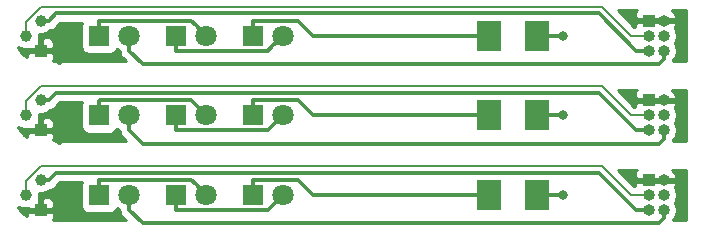
<source format=gtl>
G04 #@! TF.GenerationSoftware,KiCad,Pcbnew,(5.0.0)*
G04 #@! TF.CreationDate,2019-02-03T17:17:29-08:00*
G04 #@! TF.ProjectId,mlab100_LEDPCB_1.5,6D6C61623130305F4C45445043425F31,rev?*
G04 #@! TF.SameCoordinates,Original*
G04 #@! TF.FileFunction,Copper,L1,Top,Signal*
G04 #@! TF.FilePolarity,Positive*
%FSLAX46Y46*%
G04 Gerber Fmt 4.6, Leading zero omitted, Abs format (unit mm)*
G04 Created by KiCad (PCBNEW (5.0.0)) date 02/03/19 17:17:29*
%MOMM*%
%LPD*%
G01*
G04 APERTURE LIST*
G04 #@! TA.AperFunction,ComponentPad*
%ADD10R,1.800000X1.800000*%
G04 #@! TD*
G04 #@! TA.AperFunction,ComponentPad*
%ADD11C,1.800000*%
G04 #@! TD*
G04 #@! TA.AperFunction,ComponentPad*
%ADD12O,1.000000X1.000000*%
G04 #@! TD*
G04 #@! TA.AperFunction,ComponentPad*
%ADD13R,1.000000X1.000000*%
G04 #@! TD*
G04 #@! TA.AperFunction,ComponentPad*
%ADD14C,1.000000*%
G04 #@! TD*
G04 #@! TA.AperFunction,SMDPad,CuDef*
%ADD15R,2.000000X2.500000*%
G04 #@! TD*
G04 #@! TA.AperFunction,ViaPad*
%ADD16C,0.800000*%
G04 #@! TD*
G04 #@! TA.AperFunction,Conductor*
%ADD17C,0.350000*%
G04 #@! TD*
G04 #@! TA.AperFunction,Conductor*
%ADD18C,0.200000*%
G04 #@! TD*
G04 #@! TA.AperFunction,Conductor*
%ADD19C,0.254000*%
G04 #@! TD*
G04 APERTURE END LIST*
D10*
G04 #@! TO.P,D4,1*
G04 #@! TO.N,Net-(D4-Pad1)*
X20800000Y-16380000D03*
D11*
G04 #@! TO.P,D4,2*
G04 #@! TO.N,Net-(D2-Pad1)*
X23340000Y-16380000D03*
G04 #@! TD*
D10*
G04 #@! TO.P,D1,1*
G04 #@! TO.N,Net-(D1-Pad1)*
X7800000Y-16380000D03*
D11*
G04 #@! TO.P,D1,2*
G04 #@! TO.N,/LEDBoard1/12V*
X10340000Y-16380000D03*
G04 #@! TD*
G04 #@! TO.P,D5,2*
G04 #@! TO.N,/LEDBoard2/12V*
X10340000Y-9630000D03*
D10*
G04 #@! TO.P,D5,1*
G04 #@! TO.N,Net-(D5-Pad1)*
X7800000Y-9630000D03*
G04 #@! TD*
D11*
G04 #@! TO.P,D2,2*
G04 #@! TO.N,Net-(D1-Pad1)*
X16850000Y-16380000D03*
D10*
G04 #@! TO.P,D2,1*
G04 #@! TO.N,Net-(D2-Pad1)*
X14310000Y-16380000D03*
G04 #@! TD*
D11*
G04 #@! TO.P,D8,2*
G04 #@! TO.N,Net-(D5-Pad1)*
X16850000Y-9630000D03*
D10*
G04 #@! TO.P,D8,1*
G04 #@! TO.N,Net-(D8-Pad1)*
X14310000Y-9630000D03*
G04 #@! TD*
G04 #@! TO.P,D9,1*
G04 #@! TO.N,Net-(D9-Pad1)*
X20800000Y-9630000D03*
D11*
G04 #@! TO.P,D9,2*
G04 #@! TO.N,Net-(D8-Pad1)*
X23340000Y-9630000D03*
G04 #@! TD*
G04 #@! TO.P,D10,2*
G04 #@! TO.N,/LEDBoard3/12V*
X10340000Y-2890000D03*
D10*
G04 #@! TO.P,D10,1*
G04 #@! TO.N,Net-(D10-Pad1)*
X7800000Y-2890000D03*
G04 #@! TD*
G04 #@! TO.P,D11,1*
G04 #@! TO.N,Net-(D11-Pad1)*
X14300000Y-2890000D03*
D11*
G04 #@! TO.P,D11,2*
G04 #@! TO.N,Net-(D10-Pad1)*
X16840000Y-2890000D03*
G04 #@! TD*
D10*
G04 #@! TO.P,D12,1*
G04 #@! TO.N,Net-(D12-Pad1)*
X20800000Y-2890000D03*
D11*
G04 #@! TO.P,D12,2*
G04 #@! TO.N,Net-(D11-Pad1)*
X23340000Y-2890000D03*
G04 #@! TD*
D12*
G04 #@! TO.P,J14,6*
G04 #@! TO.N,/LEDBoard1/12V*
X55580000Y-17650000D03*
G04 #@! TO.P,J14,5*
G04 #@! TO.N,/LEDBoard1/3V3*
X54310000Y-17650000D03*
G04 #@! TO.P,J14,4*
G04 #@! TO.N,/LEDBoard1/LED*
X55580000Y-16380000D03*
G04 #@! TO.P,J14,3*
G04 #@! TO.N,/LEDBoard1/Temp1w*
X54310000Y-16380000D03*
G04 #@! TO.P,J14,2*
G04 #@! TO.N,/LEDBoard1/GND*
X55580000Y-15110000D03*
D13*
G04 #@! TO.P,J14,1*
X54310000Y-15110000D03*
G04 #@! TD*
G04 #@! TO.P,J15,1*
G04 #@! TO.N,/LEDBoard2/GND*
X54310000Y-8360000D03*
D12*
G04 #@! TO.P,J15,2*
X55580000Y-8360000D03*
G04 #@! TO.P,J15,3*
G04 #@! TO.N,/LEDBoard2/Temp1w*
X54310000Y-9630000D03*
G04 #@! TO.P,J15,4*
G04 #@! TO.N,/LEDBoard2/LED*
X55580000Y-9630000D03*
G04 #@! TO.P,J15,5*
G04 #@! TO.N,/LEDBoard2/3V3*
X54310000Y-10900000D03*
G04 #@! TO.P,J15,6*
G04 #@! TO.N,/LEDBoard2/12V*
X55580000Y-10900000D03*
G04 #@! TD*
G04 #@! TO.P,J16,6*
G04 #@! TO.N,/LEDBoard3/12V*
X55580000Y-4160000D03*
G04 #@! TO.P,J16,5*
G04 #@! TO.N,/LEDBoard3/3V3*
X54310000Y-4160000D03*
G04 #@! TO.P,J16,4*
G04 #@! TO.N,/LEDBoard3/LED*
X55580000Y-2890000D03*
G04 #@! TO.P,J16,3*
G04 #@! TO.N,/LEDBoard3/Temp1w*
X54310000Y-2890000D03*
G04 #@! TO.P,J16,2*
G04 #@! TO.N,/LEDBoard3/GND*
X55580000Y-1620000D03*
D13*
G04 #@! TO.P,J16,1*
X54310000Y-1620000D03*
G04 #@! TD*
G04 #@! TO.P,U4,1*
G04 #@! TO.N,/LEDBoard1/GND*
X2820000Y-17650000D03*
D14*
G04 #@! TO.P,U4,3*
G04 #@! TO.N,/LEDBoard1/3V3*
X2820000Y-15110000D03*
G04 #@! TO.P,U4,2*
G04 #@! TO.N,/LEDBoard1/Temp1w*
X1550000Y-16380000D03*
G04 #@! TD*
G04 #@! TO.P,U5,2*
G04 #@! TO.N,/LEDBoard2/Temp1w*
X1550000Y-9630000D03*
G04 #@! TO.P,U5,3*
G04 #@! TO.N,/LEDBoard2/3V3*
X2820000Y-8360000D03*
D13*
G04 #@! TO.P,U5,1*
G04 #@! TO.N,/LEDBoard2/GND*
X2820000Y-10900000D03*
G04 #@! TD*
G04 #@! TO.P,U6,1*
G04 #@! TO.N,/LEDBoard3/GND*
X2820000Y-4160000D03*
D14*
G04 #@! TO.P,U6,3*
G04 #@! TO.N,/LEDBoard3/3V3*
X2820000Y-1620000D03*
G04 #@! TO.P,U6,2*
G04 #@! TO.N,/LEDBoard3/Temp1w*
X1550000Y-2890000D03*
G04 #@! TD*
D15*
G04 #@! TO.P,R1,2*
G04 #@! TO.N,/LEDBoard1/LED*
X44820000Y-16380000D03*
G04 #@! TO.P,R1,1*
G04 #@! TO.N,Net-(D4-Pad1)*
X40820000Y-16380000D03*
G04 #@! TD*
G04 #@! TO.P,R2,1*
G04 #@! TO.N,Net-(D9-Pad1)*
X40820000Y-9630000D03*
G04 #@! TO.P,R2,2*
G04 #@! TO.N,/LEDBoard2/LED*
X44820000Y-9630000D03*
G04 #@! TD*
G04 #@! TO.P,R3,2*
G04 #@! TO.N,/LEDBoard3/LED*
X44820000Y-2890000D03*
G04 #@! TO.P,R3,1*
G04 #@! TO.N,Net-(D12-Pad1)*
X40820000Y-2890000D03*
G04 #@! TD*
D16*
G04 #@! TO.N,/LEDBoard1/LED*
X47070000Y-16380000D03*
G04 #@! TO.N,/LEDBoard2/LED*
X47070000Y-9630000D03*
G04 #@! TO.N,/LEDBoard3/LED*
X47070000Y-2890000D03*
G04 #@! TD*
D17*
G04 #@! TO.N,Net-(D1-Pad1)*
X7800000Y-15130000D02*
X7825001Y-15104999D01*
X15564999Y-15104999D02*
X15940001Y-15480001D01*
X15940001Y-15480001D02*
X16840000Y-16380000D01*
X7825001Y-15104999D02*
X15564999Y-15104999D01*
X7800000Y-16380000D02*
X7800000Y-15130000D01*
G04 #@! TO.N,Net-(D2-Pad1)*
X14300000Y-16380000D02*
X14300000Y-17630000D01*
X22064999Y-17655001D02*
X22440001Y-17279999D01*
X22440001Y-17279999D02*
X23340000Y-16380000D01*
X14325001Y-17655001D02*
X22064999Y-17655001D01*
X14300000Y-17630000D02*
X14325001Y-17655001D01*
G04 #@! TO.N,/LEDBoard1/12V*
X10340000Y-17652792D02*
X11467208Y-18780000D01*
X12300000Y-18780000D02*
X12290000Y-18770000D01*
X11467208Y-18780000D02*
X12300000Y-18780000D01*
X10340000Y-16380000D02*
X10340000Y-17652792D01*
X55580000Y-17650000D02*
X55580000Y-18357106D01*
X55580000Y-18357106D02*
X55157106Y-18780000D01*
X55157106Y-18780000D02*
X12300000Y-18780000D01*
G04 #@! TO.N,Net-(D4-Pad1)*
X25920000Y-16380000D02*
X40320000Y-16380000D01*
X20825001Y-15104999D02*
X24644999Y-15104999D01*
X20800000Y-15130000D02*
X20825001Y-15104999D01*
X20800000Y-16380000D02*
X20800000Y-15130000D01*
X24644999Y-15104999D02*
X25920000Y-16380000D01*
G04 #@! TO.N,/LEDBoard2/12V*
X55580000Y-10900000D02*
X55580000Y-11607106D01*
X11467208Y-12030000D02*
X12300000Y-12030000D01*
X55580000Y-11607106D02*
X55157106Y-12030000D01*
X55157106Y-12030000D02*
X12300000Y-12030000D01*
X10340000Y-10902792D02*
X11467208Y-12030000D01*
X10340000Y-9630000D02*
X10340000Y-10902792D01*
X12300000Y-12030000D02*
X12290000Y-12020000D01*
G04 #@! TO.N,Net-(D5-Pad1)*
X15564999Y-8354999D02*
X15940001Y-8730001D01*
X7800000Y-8380000D02*
X7825001Y-8354999D01*
X15940001Y-8730001D02*
X16840000Y-9630000D01*
X7800000Y-9630000D02*
X7800000Y-8380000D01*
X7825001Y-8354999D02*
X15564999Y-8354999D01*
G04 #@! TO.N,Net-(D8-Pad1)*
X22064999Y-10905001D02*
X22440001Y-10529999D01*
X14300000Y-9630000D02*
X14300000Y-10880000D01*
X14300000Y-10880000D02*
X14325001Y-10905001D01*
X22440001Y-10529999D02*
X23340000Y-9630000D01*
X14325001Y-10905001D02*
X22064999Y-10905001D01*
G04 #@! TO.N,Net-(D9-Pad1)*
X20800000Y-9630000D02*
X20800000Y-8380000D01*
X25920000Y-9630000D02*
X40320000Y-9630000D01*
X24644999Y-8354999D02*
X25920000Y-9630000D01*
X20825001Y-8354999D02*
X24644999Y-8354999D01*
X20800000Y-8380000D02*
X20825001Y-8354999D01*
G04 #@! TO.N,/LEDBoard3/12V*
X55580000Y-4867106D02*
X55157106Y-5290000D01*
X55580000Y-4160000D02*
X55580000Y-4867106D01*
X55157106Y-5290000D02*
X12300000Y-5290000D01*
X12300000Y-5290000D02*
X12290000Y-5280000D01*
X11467208Y-5290000D02*
X12300000Y-5290000D01*
X10340000Y-4162792D02*
X11467208Y-5290000D01*
X10340000Y-2890000D02*
X10340000Y-4162792D01*
G04 #@! TO.N,Net-(D10-Pad1)*
X15940001Y-1990001D02*
X16840000Y-2890000D01*
X15564999Y-1614999D02*
X15940001Y-1990001D01*
X7825001Y-1614999D02*
X15564999Y-1614999D01*
X7800000Y-1640000D02*
X7825001Y-1614999D01*
X7800000Y-2890000D02*
X7800000Y-1640000D01*
G04 #@! TO.N,Net-(D11-Pad1)*
X22440001Y-3789999D02*
X23340000Y-2890000D01*
X22064999Y-4165001D02*
X22440001Y-3789999D01*
X14325001Y-4165001D02*
X22064999Y-4165001D01*
X14300000Y-4140000D02*
X14325001Y-4165001D01*
X14300000Y-2890000D02*
X14300000Y-4140000D01*
G04 #@! TO.N,Net-(D12-Pad1)*
X20825001Y-1614999D02*
X24644999Y-1614999D01*
X20800000Y-2890000D02*
X20800000Y-1640000D01*
X20800000Y-1640000D02*
X20825001Y-1614999D01*
X25920000Y-2890000D02*
X40320000Y-2890000D01*
X24644999Y-1614999D02*
X25920000Y-2890000D01*
G04 #@! TO.N,/LEDBoard1/LED*
X44820000Y-16380000D02*
X47070000Y-16380000D01*
G04 #@! TO.N,/LEDBoard2/LED*
X44820000Y-9630000D02*
X47070000Y-9630000D01*
G04 #@! TO.N,/LEDBoard3/LED*
X44820000Y-2890000D02*
X47070000Y-2890000D01*
G04 #@! TO.N,/LEDBoard1/3V3*
X2820000Y-15110000D02*
X3527106Y-15110000D01*
X53240000Y-17650000D02*
X54310000Y-17650000D01*
X4157106Y-14480000D02*
X50070000Y-14480000D01*
X50070000Y-14480000D02*
X53240000Y-17650000D01*
X3527106Y-15110000D02*
X4157106Y-14480000D01*
D18*
G04 #@! TO.N,/LEDBoard1/Temp1w*
X50330000Y-13910000D02*
X28400000Y-13910000D01*
X52800000Y-16380000D02*
X50330000Y-13910000D01*
X2880000Y-13910000D02*
X28040000Y-13910000D01*
X1550000Y-15195998D02*
X2815998Y-13930000D01*
X2815998Y-13930000D02*
X2860000Y-13930000D01*
X2860000Y-13930000D02*
X2880000Y-13910000D01*
X54310000Y-16380000D02*
X53602894Y-16380000D01*
X53602894Y-16380000D02*
X52800000Y-16380000D01*
X28400000Y-13910000D02*
X28070000Y-13910000D01*
X1550000Y-16380000D02*
X1550000Y-15195998D01*
X28040000Y-13910000D02*
X28400000Y-13910000D01*
G04 #@! TO.N,/LEDBoard2/Temp1w*
X52800000Y-9630000D02*
X50330000Y-7160000D01*
X53602894Y-9630000D02*
X52800000Y-9630000D01*
X2815998Y-7180000D02*
X2860000Y-7180000D01*
X1550000Y-9630000D02*
X1550000Y-8445998D01*
X1550000Y-8445998D02*
X2815998Y-7180000D01*
X2860000Y-7180000D02*
X2880000Y-7160000D01*
X28400000Y-7160000D02*
X28070000Y-7160000D01*
X2880000Y-7160000D02*
X28040000Y-7160000D01*
X50330000Y-7160000D02*
X28400000Y-7160000D01*
X28040000Y-7160000D02*
X28400000Y-7160000D01*
X54310000Y-9630000D02*
X53602894Y-9630000D01*
D17*
G04 #@! TO.N,/LEDBoard2/3V3*
X2820000Y-8360000D02*
X3527106Y-8360000D01*
X3527106Y-8360000D02*
X4157106Y-7730000D01*
X53240000Y-10900000D02*
X54310000Y-10900000D01*
X4157106Y-7730000D02*
X50070000Y-7730000D01*
X50070000Y-7730000D02*
X53240000Y-10900000D01*
G04 #@! TO.N,/LEDBoard3/3V3*
X3527106Y-1620000D02*
X4157106Y-990000D01*
X2820000Y-1620000D02*
X3527106Y-1620000D01*
X4157106Y-990000D02*
X50070000Y-990000D01*
X53240000Y-4160000D02*
X54310000Y-4160000D01*
X50070000Y-990000D02*
X53240000Y-4160000D01*
D18*
G04 #@! TO.N,/LEDBoard3/Temp1w*
X54310000Y-2890000D02*
X53602894Y-2890000D01*
X53602894Y-2890000D02*
X52800000Y-2890000D01*
X52800000Y-2890000D02*
X50330000Y-420000D01*
X1550000Y-1705998D02*
X2815998Y-440000D01*
X1550000Y-2890000D02*
X1550000Y-1705998D01*
X2815998Y-440000D02*
X2860000Y-440000D01*
X2860000Y-440000D02*
X2880000Y-420000D01*
X2880000Y-420000D02*
X28040000Y-420000D01*
X28040000Y-420000D02*
X28400000Y-420000D01*
X50330000Y-420000D02*
X28400000Y-420000D01*
X28400000Y-420000D02*
X28070000Y-420000D01*
G04 #@! TD*
D19*
G04 #@! TO.N,/LEDBoard3/GND*
G36*
X6252560Y-1990000D02*
X6252560Y-3790000D01*
X6301843Y-4037765D01*
X6442191Y-4247809D01*
X6652235Y-4388157D01*
X6900000Y-4437440D01*
X8700000Y-4437440D01*
X8947765Y-4388157D01*
X9157809Y-4247809D01*
X9298157Y-4037765D01*
X9301275Y-4022092D01*
X9470493Y-4191310D01*
X9524232Y-4213570D01*
X9562424Y-4405569D01*
X9576998Y-4478838D01*
X9756024Y-4746769D01*
X9823654Y-4791958D01*
X10066696Y-5035000D01*
X5052934Y-5035000D01*
X4880000Y-5000601D01*
X4593218Y-5057646D01*
X4382484Y-5198454D01*
X4156783Y-5047646D01*
X3870351Y-4990671D01*
X3955000Y-4786310D01*
X3955000Y-4445750D01*
X3796250Y-4287000D01*
X2947000Y-4287000D01*
X2947000Y-4307000D01*
X2693000Y-4307000D01*
X2693000Y-4287000D01*
X1843750Y-4287000D01*
X1685000Y-4445750D01*
X1685000Y-4681664D01*
X1450490Y-4527913D01*
X1110421Y-4168928D01*
X932594Y-3862778D01*
X1324234Y-4025000D01*
X1775766Y-4025000D01*
X1818181Y-4007431D01*
X1843750Y-4033000D01*
X2693000Y-4033000D01*
X2693000Y-3183750D01*
X2947000Y-3183750D01*
X2947000Y-4033000D01*
X3796250Y-4033000D01*
X3955000Y-3874250D01*
X3955000Y-3533690D01*
X3858327Y-3300301D01*
X3679698Y-3121673D01*
X3446309Y-3025000D01*
X3105750Y-3025000D01*
X2947000Y-3183750D01*
X2693000Y-3183750D01*
X2667431Y-3158181D01*
X2685000Y-3115766D01*
X2685000Y-2755000D01*
X3045766Y-2755000D01*
X3462926Y-2582207D01*
X3617182Y-2427951D01*
X3843152Y-2383003D01*
X4111083Y-2203977D01*
X4156274Y-2136345D01*
X4492619Y-1800000D01*
X6290353Y-1800000D01*
X6252560Y-1990000D01*
X6252560Y-1990000D01*
G37*
X6252560Y-1990000D02*
X6252560Y-3790000D01*
X6301843Y-4037765D01*
X6442191Y-4247809D01*
X6652235Y-4388157D01*
X6900000Y-4437440D01*
X8700000Y-4437440D01*
X8947765Y-4388157D01*
X9157809Y-4247809D01*
X9298157Y-4037765D01*
X9301275Y-4022092D01*
X9470493Y-4191310D01*
X9524232Y-4213570D01*
X9562424Y-4405569D01*
X9576998Y-4478838D01*
X9756024Y-4746769D01*
X9823654Y-4791958D01*
X10066696Y-5035000D01*
X5052934Y-5035000D01*
X4880000Y-5000601D01*
X4593218Y-5057646D01*
X4382484Y-5198454D01*
X4156783Y-5047646D01*
X3870351Y-4990671D01*
X3955000Y-4786310D01*
X3955000Y-4445750D01*
X3796250Y-4287000D01*
X2947000Y-4287000D01*
X2947000Y-4307000D01*
X2693000Y-4307000D01*
X2693000Y-4287000D01*
X1843750Y-4287000D01*
X1685000Y-4445750D01*
X1685000Y-4681664D01*
X1450490Y-4527913D01*
X1110421Y-4168928D01*
X932594Y-3862778D01*
X1324234Y-4025000D01*
X1775766Y-4025000D01*
X1818181Y-4007431D01*
X1843750Y-4033000D01*
X2693000Y-4033000D01*
X2693000Y-3183750D01*
X2947000Y-3183750D01*
X2947000Y-4033000D01*
X3796250Y-4033000D01*
X3955000Y-3874250D01*
X3955000Y-3533690D01*
X3858327Y-3300301D01*
X3679698Y-3121673D01*
X3446309Y-3025000D01*
X3105750Y-3025000D01*
X2947000Y-3183750D01*
X2693000Y-3183750D01*
X2667431Y-3158181D01*
X2685000Y-3115766D01*
X2685000Y-2755000D01*
X3045766Y-2755000D01*
X3462926Y-2582207D01*
X3617182Y-2427951D01*
X3843152Y-2383003D01*
X4111083Y-2203977D01*
X4156274Y-2136345D01*
X4492619Y-1800000D01*
X6290353Y-1800000D01*
X6252560Y-1990000D01*
G36*
X53271673Y-760301D02*
X53175000Y-993690D01*
X53175000Y-1334250D01*
X53333750Y-1493000D01*
X54183000Y-1493000D01*
X54183000Y-1473000D01*
X54437000Y-1473000D01*
X54437000Y-1493000D01*
X55453000Y-1493000D01*
X55453000Y-1473000D01*
X55707000Y-1473000D01*
X55707000Y-1493000D01*
X56547954Y-1493000D01*
X56674119Y-1318126D01*
X56567127Y-1059791D01*
X56299482Y-750000D01*
X57485001Y-750000D01*
X57485000Y-5035000D01*
X56372472Y-5035000D01*
X56381524Y-4989491D01*
X56398289Y-4978289D01*
X56649146Y-4602855D01*
X56737235Y-4160000D01*
X56649146Y-3717145D01*
X56520759Y-3525000D01*
X56649146Y-3332855D01*
X56737235Y-2890000D01*
X56649146Y-2447145D01*
X56512801Y-2243090D01*
X56567127Y-2180209D01*
X56674119Y-1921874D01*
X56547954Y-1747000D01*
X55707000Y-1747000D01*
X55707000Y-1758027D01*
X55691783Y-1755000D01*
X55468217Y-1755000D01*
X55453000Y-1758027D01*
X55453000Y-1747000D01*
X54437000Y-1747000D01*
X54437000Y-1758027D01*
X54421783Y-1755000D01*
X54198217Y-1755000D01*
X54183000Y-1758027D01*
X54183000Y-1747000D01*
X53333750Y-1747000D01*
X53175000Y-1905750D01*
X53175000Y-2155000D01*
X53104447Y-2155000D01*
X51699446Y-750000D01*
X53281974Y-750000D01*
X53271673Y-760301D01*
X53271673Y-760301D01*
G37*
X53271673Y-760301D02*
X53175000Y-993690D01*
X53175000Y-1334250D01*
X53333750Y-1493000D01*
X54183000Y-1493000D01*
X54183000Y-1473000D01*
X54437000Y-1473000D01*
X54437000Y-1493000D01*
X55453000Y-1493000D01*
X55453000Y-1473000D01*
X55707000Y-1473000D01*
X55707000Y-1493000D01*
X56547954Y-1493000D01*
X56674119Y-1318126D01*
X56567127Y-1059791D01*
X56299482Y-750000D01*
X57485001Y-750000D01*
X57485000Y-5035000D01*
X56372472Y-5035000D01*
X56381524Y-4989491D01*
X56398289Y-4978289D01*
X56649146Y-4602855D01*
X56737235Y-4160000D01*
X56649146Y-3717145D01*
X56520759Y-3525000D01*
X56649146Y-3332855D01*
X56737235Y-2890000D01*
X56649146Y-2447145D01*
X56512801Y-2243090D01*
X56567127Y-2180209D01*
X56674119Y-1921874D01*
X56547954Y-1747000D01*
X55707000Y-1747000D01*
X55707000Y-1758027D01*
X55691783Y-1755000D01*
X55468217Y-1755000D01*
X55453000Y-1758027D01*
X55453000Y-1747000D01*
X54437000Y-1747000D01*
X54437000Y-1758027D01*
X54421783Y-1755000D01*
X54198217Y-1755000D01*
X54183000Y-1758027D01*
X54183000Y-1747000D01*
X53333750Y-1747000D01*
X53175000Y-1905750D01*
X53175000Y-2155000D01*
X53104447Y-2155000D01*
X51699446Y-750000D01*
X53281974Y-750000D01*
X53271673Y-760301D01*
G04 #@! TO.N,/LEDBoard2/GND*
G36*
X6252560Y-8730000D02*
X6252560Y-10530000D01*
X6301843Y-10777765D01*
X6442191Y-10987809D01*
X6652235Y-11128157D01*
X6900000Y-11177440D01*
X8700000Y-11177440D01*
X8947765Y-11128157D01*
X9157809Y-10987809D01*
X9298157Y-10777765D01*
X9301275Y-10762092D01*
X9470493Y-10931310D01*
X9524232Y-10953570D01*
X9562424Y-11145569D01*
X9576998Y-11218838D01*
X9756024Y-11486769D01*
X9823654Y-11531958D01*
X10061696Y-11770000D01*
X4927252Y-11770000D01*
X4880000Y-11760601D01*
X4832748Y-11770000D01*
X4807612Y-11770000D01*
X4593217Y-11812646D01*
X4378742Y-11955954D01*
X4156783Y-11807646D01*
X3870000Y-11750601D01*
X3861386Y-11752314D01*
X3955000Y-11526310D01*
X3955000Y-11185750D01*
X3796250Y-11027000D01*
X2947000Y-11027000D01*
X2947000Y-11047000D01*
X2693000Y-11047000D01*
X2693000Y-11027000D01*
X1843750Y-11027000D01*
X1685000Y-11185750D01*
X1685000Y-11421664D01*
X1450490Y-11267913D01*
X1110421Y-10908928D01*
X932594Y-10602778D01*
X1324234Y-10765000D01*
X1775766Y-10765000D01*
X1818181Y-10747431D01*
X1843750Y-10773000D01*
X2693000Y-10773000D01*
X2693000Y-9923750D01*
X2947000Y-9923750D01*
X2947000Y-10773000D01*
X3796250Y-10773000D01*
X3955000Y-10614250D01*
X3955000Y-10273690D01*
X3858327Y-10040301D01*
X3679698Y-9861673D01*
X3446309Y-9765000D01*
X3105750Y-9765000D01*
X2947000Y-9923750D01*
X2693000Y-9923750D01*
X2667431Y-9898181D01*
X2685000Y-9855766D01*
X2685000Y-9495000D01*
X3045766Y-9495000D01*
X3462926Y-9322207D01*
X3617182Y-9167951D01*
X3843152Y-9123003D01*
X4111083Y-8943977D01*
X4156274Y-8876345D01*
X4492619Y-8540000D01*
X6290353Y-8540000D01*
X6252560Y-8730000D01*
X6252560Y-8730000D01*
G37*
X6252560Y-8730000D02*
X6252560Y-10530000D01*
X6301843Y-10777765D01*
X6442191Y-10987809D01*
X6652235Y-11128157D01*
X6900000Y-11177440D01*
X8700000Y-11177440D01*
X8947765Y-11128157D01*
X9157809Y-10987809D01*
X9298157Y-10777765D01*
X9301275Y-10762092D01*
X9470493Y-10931310D01*
X9524232Y-10953570D01*
X9562424Y-11145569D01*
X9576998Y-11218838D01*
X9756024Y-11486769D01*
X9823654Y-11531958D01*
X10061696Y-11770000D01*
X4927252Y-11770000D01*
X4880000Y-11760601D01*
X4832748Y-11770000D01*
X4807612Y-11770000D01*
X4593217Y-11812646D01*
X4378742Y-11955954D01*
X4156783Y-11807646D01*
X3870000Y-11750601D01*
X3861386Y-11752314D01*
X3955000Y-11526310D01*
X3955000Y-11185750D01*
X3796250Y-11027000D01*
X2947000Y-11027000D01*
X2947000Y-11047000D01*
X2693000Y-11047000D01*
X2693000Y-11027000D01*
X1843750Y-11027000D01*
X1685000Y-11185750D01*
X1685000Y-11421664D01*
X1450490Y-11267913D01*
X1110421Y-10908928D01*
X932594Y-10602778D01*
X1324234Y-10765000D01*
X1775766Y-10765000D01*
X1818181Y-10747431D01*
X1843750Y-10773000D01*
X2693000Y-10773000D01*
X2693000Y-9923750D01*
X2947000Y-9923750D01*
X2947000Y-10773000D01*
X3796250Y-10773000D01*
X3955000Y-10614250D01*
X3955000Y-10273690D01*
X3858327Y-10040301D01*
X3679698Y-9861673D01*
X3446309Y-9765000D01*
X3105750Y-9765000D01*
X2947000Y-9923750D01*
X2693000Y-9923750D01*
X2667431Y-9898181D01*
X2685000Y-9855766D01*
X2685000Y-9495000D01*
X3045766Y-9495000D01*
X3462926Y-9322207D01*
X3617182Y-9167951D01*
X3843152Y-9123003D01*
X4111083Y-8943977D01*
X4156274Y-8876345D01*
X4492619Y-8540000D01*
X6290353Y-8540000D01*
X6252560Y-8730000D01*
G36*
X53271673Y-7500301D02*
X53175000Y-7733690D01*
X53175000Y-8074250D01*
X53333750Y-8233000D01*
X54183000Y-8233000D01*
X54183000Y-8213000D01*
X54437000Y-8213000D01*
X54437000Y-8233000D01*
X55453000Y-8233000D01*
X55453000Y-8213000D01*
X55707000Y-8213000D01*
X55707000Y-8233000D01*
X56547954Y-8233000D01*
X56674119Y-8058126D01*
X56567127Y-7799791D01*
X56302128Y-7493063D01*
X56317524Y-7490000D01*
X57485001Y-7490000D01*
X57485000Y-11770000D01*
X56373467Y-11770000D01*
X56381524Y-11729491D01*
X56398289Y-11718289D01*
X56649146Y-11342855D01*
X56737235Y-10900000D01*
X56649146Y-10457145D01*
X56520759Y-10265000D01*
X56649146Y-10072855D01*
X56737235Y-9630000D01*
X56649146Y-9187145D01*
X56512801Y-8983090D01*
X56567127Y-8920209D01*
X56674119Y-8661874D01*
X56547954Y-8487000D01*
X55707000Y-8487000D01*
X55707000Y-8498027D01*
X55691783Y-8495000D01*
X55468217Y-8495000D01*
X55453000Y-8498027D01*
X55453000Y-8487000D01*
X54437000Y-8487000D01*
X54437000Y-8498027D01*
X54421783Y-8495000D01*
X54198217Y-8495000D01*
X54183000Y-8498027D01*
X54183000Y-8487000D01*
X53333750Y-8487000D01*
X53175000Y-8645750D01*
X53175000Y-8895000D01*
X53104447Y-8895000D01*
X51699446Y-7490000D01*
X53281974Y-7490000D01*
X53271673Y-7500301D01*
X53271673Y-7500301D01*
G37*
X53271673Y-7500301D02*
X53175000Y-7733690D01*
X53175000Y-8074250D01*
X53333750Y-8233000D01*
X54183000Y-8233000D01*
X54183000Y-8213000D01*
X54437000Y-8213000D01*
X54437000Y-8233000D01*
X55453000Y-8233000D01*
X55453000Y-8213000D01*
X55707000Y-8213000D01*
X55707000Y-8233000D01*
X56547954Y-8233000D01*
X56674119Y-8058126D01*
X56567127Y-7799791D01*
X56302128Y-7493063D01*
X56317524Y-7490000D01*
X57485001Y-7490000D01*
X57485000Y-11770000D01*
X56373467Y-11770000D01*
X56381524Y-11729491D01*
X56398289Y-11718289D01*
X56649146Y-11342855D01*
X56737235Y-10900000D01*
X56649146Y-10457145D01*
X56520759Y-10265000D01*
X56649146Y-10072855D01*
X56737235Y-9630000D01*
X56649146Y-9187145D01*
X56512801Y-8983090D01*
X56567127Y-8920209D01*
X56674119Y-8661874D01*
X56547954Y-8487000D01*
X55707000Y-8487000D01*
X55707000Y-8498027D01*
X55691783Y-8495000D01*
X55468217Y-8495000D01*
X55453000Y-8498027D01*
X55453000Y-8487000D01*
X54437000Y-8487000D01*
X54437000Y-8498027D01*
X54421783Y-8495000D01*
X54198217Y-8495000D01*
X54183000Y-8498027D01*
X54183000Y-8487000D01*
X53333750Y-8487000D01*
X53175000Y-8645750D01*
X53175000Y-8895000D01*
X53104447Y-8895000D01*
X51699446Y-7490000D01*
X53281974Y-7490000D01*
X53271673Y-7500301D01*
G04 #@! TO.N,/LEDBoard1/GND*
G36*
X6252560Y-15480000D02*
X6252560Y-17280000D01*
X6301843Y-17527765D01*
X6442191Y-17737809D01*
X6652235Y-17878157D01*
X6900000Y-17927440D01*
X8700000Y-17927440D01*
X8947765Y-17878157D01*
X9157809Y-17737809D01*
X9298157Y-17527765D01*
X9301275Y-17512092D01*
X9470493Y-17681310D01*
X9524232Y-17703570D01*
X9562424Y-17895569D01*
X9576998Y-17968838D01*
X9756024Y-18236769D01*
X9823654Y-18281958D01*
X10061696Y-18520000D01*
X3848026Y-18520000D01*
X3858327Y-18509699D01*
X3955000Y-18276310D01*
X3955000Y-17935750D01*
X3796250Y-17777000D01*
X2947000Y-17777000D01*
X2947000Y-17797000D01*
X2693000Y-17797000D01*
X2693000Y-17777000D01*
X1843750Y-17777000D01*
X1685000Y-17935750D01*
X1685000Y-18171664D01*
X1450490Y-18017913D01*
X1110421Y-17658928D01*
X932594Y-17352778D01*
X1324234Y-17515000D01*
X1775766Y-17515000D01*
X1818181Y-17497431D01*
X1843750Y-17523000D01*
X2693000Y-17523000D01*
X2693000Y-16673750D01*
X2947000Y-16673750D01*
X2947000Y-17523000D01*
X3796250Y-17523000D01*
X3955000Y-17364250D01*
X3955000Y-17023690D01*
X3858327Y-16790301D01*
X3679698Y-16611673D01*
X3446309Y-16515000D01*
X3105750Y-16515000D01*
X2947000Y-16673750D01*
X2693000Y-16673750D01*
X2667431Y-16648181D01*
X2685000Y-16605766D01*
X2685000Y-16245000D01*
X3045766Y-16245000D01*
X3462926Y-16072207D01*
X3617182Y-15917951D01*
X3843152Y-15873003D01*
X4111083Y-15693977D01*
X4156274Y-15626345D01*
X4492619Y-15290000D01*
X6290353Y-15290000D01*
X6252560Y-15480000D01*
X6252560Y-15480000D01*
G37*
X6252560Y-15480000D02*
X6252560Y-17280000D01*
X6301843Y-17527765D01*
X6442191Y-17737809D01*
X6652235Y-17878157D01*
X6900000Y-17927440D01*
X8700000Y-17927440D01*
X8947765Y-17878157D01*
X9157809Y-17737809D01*
X9298157Y-17527765D01*
X9301275Y-17512092D01*
X9470493Y-17681310D01*
X9524232Y-17703570D01*
X9562424Y-17895569D01*
X9576998Y-17968838D01*
X9756024Y-18236769D01*
X9823654Y-18281958D01*
X10061696Y-18520000D01*
X3848026Y-18520000D01*
X3858327Y-18509699D01*
X3955000Y-18276310D01*
X3955000Y-17935750D01*
X3796250Y-17777000D01*
X2947000Y-17777000D01*
X2947000Y-17797000D01*
X2693000Y-17797000D01*
X2693000Y-17777000D01*
X1843750Y-17777000D01*
X1685000Y-17935750D01*
X1685000Y-18171664D01*
X1450490Y-18017913D01*
X1110421Y-17658928D01*
X932594Y-17352778D01*
X1324234Y-17515000D01*
X1775766Y-17515000D01*
X1818181Y-17497431D01*
X1843750Y-17523000D01*
X2693000Y-17523000D01*
X2693000Y-16673750D01*
X2947000Y-16673750D01*
X2947000Y-17523000D01*
X3796250Y-17523000D01*
X3955000Y-17364250D01*
X3955000Y-17023690D01*
X3858327Y-16790301D01*
X3679698Y-16611673D01*
X3446309Y-16515000D01*
X3105750Y-16515000D01*
X2947000Y-16673750D01*
X2693000Y-16673750D01*
X2667431Y-16648181D01*
X2685000Y-16605766D01*
X2685000Y-16245000D01*
X3045766Y-16245000D01*
X3462926Y-16072207D01*
X3617182Y-15917951D01*
X3843152Y-15873003D01*
X4111083Y-15693977D01*
X4156274Y-15626345D01*
X4492619Y-15290000D01*
X6290353Y-15290000D01*
X6252560Y-15480000D01*
G36*
X53271673Y-14250301D02*
X53175000Y-14483690D01*
X53175000Y-14824250D01*
X53333750Y-14983000D01*
X54183000Y-14983000D01*
X54183000Y-14963000D01*
X54437000Y-14963000D01*
X54437000Y-14983000D01*
X55453000Y-14983000D01*
X55453000Y-14963000D01*
X55707000Y-14963000D01*
X55707000Y-14983000D01*
X56547954Y-14983000D01*
X56674119Y-14808126D01*
X56567127Y-14549791D01*
X56302128Y-14243063D01*
X56317524Y-14240000D01*
X57485001Y-14240000D01*
X57485000Y-18520000D01*
X56373467Y-18520000D01*
X56381524Y-18479491D01*
X56398289Y-18468289D01*
X56649146Y-18092855D01*
X56737235Y-17650000D01*
X56649146Y-17207145D01*
X56520759Y-17015000D01*
X56649146Y-16822855D01*
X56737235Y-16380000D01*
X56649146Y-15937145D01*
X56512801Y-15733090D01*
X56567127Y-15670209D01*
X56674119Y-15411874D01*
X56547954Y-15237000D01*
X55707000Y-15237000D01*
X55707000Y-15248027D01*
X55691783Y-15245000D01*
X55468217Y-15245000D01*
X55453000Y-15248027D01*
X55453000Y-15237000D01*
X54437000Y-15237000D01*
X54437000Y-15248027D01*
X54421783Y-15245000D01*
X54198217Y-15245000D01*
X54183000Y-15248027D01*
X54183000Y-15237000D01*
X53333750Y-15237000D01*
X53175000Y-15395750D01*
X53175000Y-15645000D01*
X53104447Y-15645000D01*
X51699446Y-14240000D01*
X53281974Y-14240000D01*
X53271673Y-14250301D01*
X53271673Y-14250301D01*
G37*
X53271673Y-14250301D02*
X53175000Y-14483690D01*
X53175000Y-14824250D01*
X53333750Y-14983000D01*
X54183000Y-14983000D01*
X54183000Y-14963000D01*
X54437000Y-14963000D01*
X54437000Y-14983000D01*
X55453000Y-14983000D01*
X55453000Y-14963000D01*
X55707000Y-14963000D01*
X55707000Y-14983000D01*
X56547954Y-14983000D01*
X56674119Y-14808126D01*
X56567127Y-14549791D01*
X56302128Y-14243063D01*
X56317524Y-14240000D01*
X57485001Y-14240000D01*
X57485000Y-18520000D01*
X56373467Y-18520000D01*
X56381524Y-18479491D01*
X56398289Y-18468289D01*
X56649146Y-18092855D01*
X56737235Y-17650000D01*
X56649146Y-17207145D01*
X56520759Y-17015000D01*
X56649146Y-16822855D01*
X56737235Y-16380000D01*
X56649146Y-15937145D01*
X56512801Y-15733090D01*
X56567127Y-15670209D01*
X56674119Y-15411874D01*
X56547954Y-15237000D01*
X55707000Y-15237000D01*
X55707000Y-15248027D01*
X55691783Y-15245000D01*
X55468217Y-15245000D01*
X55453000Y-15248027D01*
X55453000Y-15237000D01*
X54437000Y-15237000D01*
X54437000Y-15248027D01*
X54421783Y-15245000D01*
X54198217Y-15245000D01*
X54183000Y-15248027D01*
X54183000Y-15237000D01*
X53333750Y-15237000D01*
X53175000Y-15395750D01*
X53175000Y-15645000D01*
X53104447Y-15645000D01*
X51699446Y-14240000D01*
X53281974Y-14240000D01*
X53271673Y-14250301D01*
G04 #@! TD*
M02*

</source>
